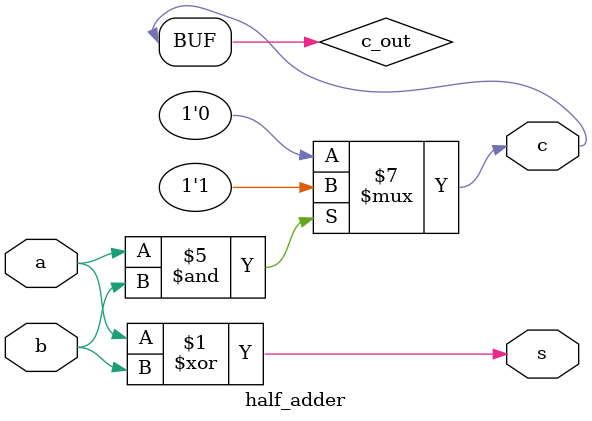
<source format=v>
module half_adder(   //1bit
    input a,
    input b,
    output s,
    output c
);
reg c_out;

assign s = a^b;
assign c = c_out;

always @(*) begin
    if((a == 1'b1)&(b == 1'b1))
    c_out = 1'b1;
    else
    c_out = 1'b0;
end

endmodule
</source>
